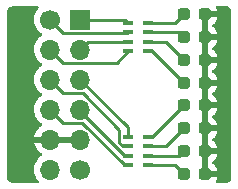
<source format=gtl>
%TF.GenerationSoftware,KiCad,Pcbnew,6.0.4-6f826c9f35~116~ubuntu20.04.1*%
%TF.CreationDate,2022-04-19T18:42:39+07:00*%
%TF.ProjectId,pmod-led-array-8,706d6f64-2d6c-4656-942d-61727261792d,1.0*%
%TF.SameCoordinates,Original*%
%TF.FileFunction,Copper,L1,Top*%
%TF.FilePolarity,Positive*%
%FSLAX46Y46*%
G04 Gerber Fmt 4.6, Leading zero omitted, Abs format (unit mm)*
G04 Created by KiCad (PCBNEW 6.0.4-6f826c9f35~116~ubuntu20.04.1) date 2022-04-19 18:42:39*
%MOMM*%
%LPD*%
G01*
G04 APERTURE LIST*
G04 Aperture macros list*
%AMRoundRect*
0 Rectangle with rounded corners*
0 $1 Rounding radius*
0 $2 $3 $4 $5 $6 $7 $8 $9 X,Y pos of 4 corners*
0 Add a 4 corners polygon primitive as box body*
4,1,4,$2,$3,$4,$5,$6,$7,$8,$9,$2,$3,0*
0 Add four circle primitives for the rounded corners*
1,1,$1+$1,$2,$3*
1,1,$1+$1,$4,$5*
1,1,$1+$1,$6,$7*
1,1,$1+$1,$8,$9*
0 Add four rect primitives between the rounded corners*
20,1,$1+$1,$2,$3,$4,$5,0*
20,1,$1+$1,$4,$5,$6,$7,0*
20,1,$1+$1,$6,$7,$8,$9,0*
20,1,$1+$1,$8,$9,$2,$3,0*%
G04 Aperture macros list end*
%TA.AperFunction,SMDPad,CuDef*%
%ADD10RoundRect,0.237500X0.287500X0.237500X-0.287500X0.237500X-0.287500X-0.237500X0.287500X-0.237500X0*%
%TD*%
%TA.AperFunction,SMDPad,CuDef*%
%ADD11R,0.900000X0.400000*%
%TD*%
%TA.AperFunction,ComponentPad*%
%ADD12R,1.700000X1.700000*%
%TD*%
%TA.AperFunction,ComponentPad*%
%ADD13O,1.700000X1.700000*%
%TD*%
%TA.AperFunction,ComponentPad*%
%ADD14C,1.700000*%
%TD*%
%TA.AperFunction,ViaPad*%
%ADD15C,0.685800*%
%TD*%
%TA.AperFunction,Conductor*%
%ADD16C,0.254000*%
%TD*%
G04 APERTURE END LIST*
D10*
%TO.P,7,1,K*%
%TO.N,GND*%
X178175000Y-86790000D03*
%TO.P,7,2,A*%
%TO.N,Net-(D7-Pad2)*%
X176425000Y-86790000D03*
%TD*%
%TO.P,4,1,K*%
%TO.N,GND*%
X178175000Y-81000000D03*
%TO.P,4,2,A*%
%TO.N,Net-(D4-Pad2)*%
X176425000Y-81000000D03*
%TD*%
D11*
%TO.P,R1,1,R1.1*%
%TO.N,Net-(D1-Pad2)*%
X173400000Y-75940000D03*
%TO.P,R1,2,R2.1*%
%TO.N,Net-(D2-Pad2)*%
X173400000Y-76740000D03*
%TO.P,R1,3,R3.1*%
%TO.N,Net-(D3-Pad2)*%
X173400000Y-77540000D03*
%TO.P,R1,4,R4.1*%
%TO.N,Net-(D4-Pad2)*%
X173400000Y-78340000D03*
%TO.P,R1,5,R4.2*%
%TO.N,/p1*%
X171700000Y-75940000D03*
%TO.P,R1,6,R3.2*%
%TO.N,/p2*%
X171700000Y-76740000D03*
%TO.P,R1,7,R2.2*%
%TO.N,/p3*%
X171700000Y-77540000D03*
%TO.P,R1,8,R1.2*%
%TO.N,/p4*%
X171700000Y-78340000D03*
%TD*%
D10*
%TO.P,5,1,K*%
%TO.N,GND*%
X178175000Y-82930000D03*
%TO.P,5,2,A*%
%TO.N,Net-(D5-Pad2)*%
X176425000Y-82930000D03*
%TD*%
%TO.P,6,1,K*%
%TO.N,GND*%
X178175000Y-84860000D03*
%TO.P,6,2,A*%
%TO.N,Net-(D6-Pad2)*%
X176425000Y-84860000D03*
%TD*%
%TO.P,3,1,K*%
%TO.N,GND*%
X178175000Y-79070000D03*
%TO.P,3,2,A*%
%TO.N,Net-(D3-Pad2)*%
X176425000Y-79070000D03*
%TD*%
%TO.P,2,1,K*%
%TO.N,GND*%
X178175000Y-77140000D03*
%TO.P,2,2,A*%
%TO.N,Net-(D2-Pad2)*%
X176425000Y-77140000D03*
%TD*%
D12*
%TO.P,J1,1,Pin_1*%
%TO.N,/p1*%
X167640000Y-75650000D03*
D13*
%TO.P,J1,2,Pin_2*%
%TO.N,/p3*%
X167640000Y-78190000D03*
%TO.P,J1,3,Pin_3*%
%TO.N,/p5*%
X167640000Y-80730000D03*
%TO.P,J1,4,Pin_4*%
%TO.N,/p7*%
X167640000Y-83270000D03*
%TO.P,J1,5,GND*%
%TO.N,GND*%
X167640000Y-85810000D03*
D14*
%TO.P,J1,6,3.3V*%
%TO.N,+3V3*%
X167640000Y-88350000D03*
%TO.P,J1,7,Pin_7*%
%TO.N,/p2*%
X165100000Y-75650000D03*
D13*
%TO.P,J1,8,Pin_8*%
%TO.N,/p4*%
X165100000Y-78190000D03*
%TO.P,J1,9,Pin_9*%
%TO.N,/p6*%
X165100000Y-80730000D03*
%TO.P,J1,10,Pin_10*%
%TO.N,/p8*%
X165100000Y-83270000D03*
%TO.P,J1,11,GND*%
%TO.N,GND*%
X165100000Y-85810000D03*
%TO.P,J1,12,3.3V*%
%TO.N,+3V3*%
X165100000Y-88350000D03*
%TD*%
D11*
%TO.P,R2,1,R1.1*%
%TO.N,Net-(D5-Pad2)*%
X173400000Y-85590000D03*
%TO.P,R2,2,R2.1*%
%TO.N,Net-(D6-Pad2)*%
X173400000Y-86390000D03*
%TO.P,R2,3,R3.1*%
%TO.N,Net-(D7-Pad2)*%
X173400000Y-87190000D03*
%TO.P,R2,4,R4.1*%
%TO.N,Net-(D8-Pad2)*%
X173400000Y-87990000D03*
%TO.P,R2,5,R4.2*%
%TO.N,/p5*%
X171700000Y-85590000D03*
%TO.P,R2,6,R3.2*%
%TO.N,/p6*%
X171700000Y-86390000D03*
%TO.P,R2,7,R2.2*%
%TO.N,/p7*%
X171700000Y-87190000D03*
%TO.P,R2,8,R1.2*%
%TO.N,/p8*%
X171700000Y-87990000D03*
%TD*%
D10*
%TO.P,8,1,K*%
%TO.N,GND*%
X178175000Y-88720000D03*
%TO.P,8,2,A*%
%TO.N,Net-(D8-Pad2)*%
X176425000Y-88720000D03*
%TD*%
%TO.P,1,1,K*%
%TO.N,GND*%
X178175000Y-75210000D03*
%TO.P,1,2,A*%
%TO.N,Net-(D1-Pad2)*%
X176425000Y-75210000D03*
%TD*%
D15*
%TO.N,GND*%
X179800000Y-77140000D03*
X179810000Y-82930000D03*
X179810000Y-79070000D03*
X179800000Y-75210000D03*
X179830000Y-84860000D03*
X179850000Y-86790000D03*
X179810000Y-81000000D03*
X179850000Y-88720000D03*
%TD*%
D16*
%TO.N,Net-(D1-Pad2)*%
X175695000Y-75940000D02*
X176425000Y-75210000D01*
X173400000Y-75940000D02*
X175695000Y-75940000D01*
%TO.N,Net-(D2-Pad2)*%
X176025000Y-76740000D02*
X176425000Y-77140000D01*
X173400000Y-76740000D02*
X176025000Y-76740000D01*
%TO.N,Net-(D3-Pad2)*%
X174895000Y-77540000D02*
X176425000Y-79070000D01*
X173400000Y-77540000D02*
X174895000Y-77540000D01*
%TO.N,Net-(D4-Pad2)*%
X173765000Y-78340000D02*
X176425000Y-81000000D01*
X173400000Y-78340000D02*
X173765000Y-78340000D01*
%TO.N,Net-(D5-Pad2)*%
X173400000Y-85590000D02*
X173765000Y-85590000D01*
X173765000Y-85590000D02*
X176425000Y-82930000D01*
%TO.N,Net-(D6-Pad2)*%
X174895000Y-86390000D02*
X176425000Y-84860000D01*
X173400000Y-86390000D02*
X174895000Y-86390000D01*
%TO.N,Net-(D7-Pad2)*%
X176025000Y-87190000D02*
X176425000Y-86790000D01*
X173400000Y-87190000D02*
X176025000Y-87190000D01*
%TO.N,Net-(D8-Pad2)*%
X173400000Y-87990000D02*
X175695000Y-87990000D01*
X175695000Y-87990000D02*
X176425000Y-88720000D01*
%TO.N,/p1*%
X171410000Y-75650000D02*
X171700000Y-75940000D01*
X167640000Y-75650000D02*
X171410000Y-75650000D01*
%TO.N,/p3*%
X167640000Y-78190000D02*
X168290000Y-77540000D01*
X168290000Y-77540000D02*
X171700000Y-77540000D01*
%TO.N,/p5*%
X167640000Y-80730000D02*
X171700000Y-84790000D01*
X171700000Y-84790000D02*
X171700000Y-85590000D01*
%TO.N,/p7*%
X171450000Y-87190000D02*
X167640000Y-83380000D01*
X171700000Y-87190000D02*
X171450000Y-87190000D01*
X167640000Y-83380000D02*
X167640000Y-83270000D01*
%TO.N,/p2*%
X171661089Y-76778911D02*
X166228911Y-76778911D01*
X166228911Y-76778911D02*
X165100000Y-75650000D01*
X171700000Y-76740000D02*
X171661089Y-76778911D01*
%TO.N,/p4*%
X170721089Y-79318911D02*
X166228911Y-79318911D01*
X171700000Y-78340000D02*
X170721089Y-79318911D01*
X166228911Y-79318911D02*
X165100000Y-78190000D01*
%TO.N,/p6*%
X171292178Y-86390000D02*
X171700000Y-86390000D01*
X166228911Y-81858911D02*
X167858911Y-81858911D01*
X170971089Y-84971089D02*
X170971089Y-86068911D01*
X165100000Y-80730000D02*
X166228911Y-81858911D01*
X167858911Y-81858911D02*
X170971089Y-84971089D01*
X170971089Y-86068911D02*
X171292178Y-86390000D01*
%TO.N,/p8*%
X166228911Y-84398911D02*
X167838911Y-84398911D01*
X171430000Y-87990000D02*
X171700000Y-87990000D01*
X167838911Y-84398911D02*
X171430000Y-87990000D01*
X165100000Y-83270000D02*
X166228911Y-84398911D01*
%TD*%
%TA.AperFunction,Conductor*%
%TO.N,GND*%
G36*
X179932070Y-74504008D02*
G01*
X179946851Y-74506310D01*
X179946855Y-74506310D01*
X179955724Y-74507691D01*
X179964626Y-74506527D01*
X179964750Y-74506511D01*
X179995192Y-74506240D01*
X180008070Y-74507691D01*
X180057264Y-74513234D01*
X180084771Y-74519513D01*
X180161853Y-74546485D01*
X180187274Y-74558727D01*
X180256426Y-74602178D01*
X180278485Y-74619770D01*
X180336230Y-74677515D01*
X180353822Y-74699574D01*
X180397273Y-74768726D01*
X180409515Y-74794147D01*
X180436487Y-74871228D01*
X180442766Y-74898736D01*
X180449018Y-74954226D01*
X180448923Y-74969868D01*
X180449800Y-74969879D01*
X180449691Y-74978849D01*
X180448309Y-74987724D01*
X180452431Y-75019242D01*
X180453495Y-75035596D01*
X180452929Y-78995088D01*
X180451507Y-88950604D01*
X180450007Y-88969970D01*
X180447690Y-88984850D01*
X180447690Y-88984855D01*
X180446309Y-88993724D01*
X180447473Y-89002626D01*
X180447489Y-89002750D01*
X180447760Y-89033193D01*
X180440766Y-89095264D01*
X180434487Y-89122771D01*
X180407515Y-89199853D01*
X180395273Y-89225274D01*
X180351822Y-89294426D01*
X180334230Y-89316485D01*
X180276485Y-89374230D01*
X180254426Y-89391822D01*
X180185274Y-89435273D01*
X180159853Y-89447515D01*
X180082772Y-89474487D01*
X180055264Y-89480766D01*
X179999774Y-89487018D01*
X179984129Y-89486923D01*
X179984118Y-89487800D01*
X179975149Y-89487690D01*
X179966276Y-89486309D01*
X179957374Y-89487473D01*
X179934733Y-89490433D01*
X179918388Y-89491496D01*
X179234826Y-89491443D01*
X179166707Y-89471436D01*
X179120218Y-89417776D01*
X179110120Y-89347502D01*
X179127576Y-89299327D01*
X179138912Y-89280937D01*
X179145056Y-89267759D01*
X179195315Y-89116234D01*
X179198181Y-89102868D01*
X179207672Y-89010230D01*
X179208000Y-89003815D01*
X179208000Y-88992115D01*
X179203525Y-88976876D01*
X179202135Y-88975671D01*
X179194452Y-88974000D01*
X178047000Y-88974000D01*
X177978879Y-88953998D01*
X177932386Y-88900342D01*
X177921000Y-88848000D01*
X177921000Y-88447885D01*
X178429000Y-88447885D01*
X178433475Y-88463124D01*
X178434865Y-88464329D01*
X178442548Y-88466000D01*
X179189885Y-88466000D01*
X179205124Y-88461525D01*
X179206329Y-88460135D01*
X179208000Y-88452452D01*
X179208000Y-88436234D01*
X179207663Y-88429718D01*
X179197925Y-88335868D01*
X179195032Y-88322472D01*
X179144512Y-88171047D01*
X179138347Y-88157885D01*
X179054574Y-88022508D01*
X179045540Y-88011110D01*
X178932871Y-87898637D01*
X178921460Y-87889625D01*
X178877020Y-87862232D01*
X178829527Y-87809460D01*
X178818103Y-87739388D01*
X178846377Y-87674264D01*
X178876834Y-87647827D01*
X178922493Y-87619573D01*
X178933890Y-87610540D01*
X179046363Y-87497871D01*
X179055375Y-87486460D01*
X179138912Y-87350937D01*
X179145056Y-87337759D01*
X179195315Y-87186234D01*
X179198181Y-87172868D01*
X179207672Y-87080230D01*
X179208000Y-87073815D01*
X179208000Y-87062115D01*
X179203525Y-87046876D01*
X179202135Y-87045671D01*
X179194452Y-87044000D01*
X178447115Y-87044000D01*
X178431876Y-87048475D01*
X178430671Y-87049865D01*
X178429000Y-87057548D01*
X178429000Y-88447885D01*
X177921000Y-88447885D01*
X177921000Y-86517885D01*
X178429000Y-86517885D01*
X178433475Y-86533124D01*
X178434865Y-86534329D01*
X178442548Y-86536000D01*
X179189885Y-86536000D01*
X179205124Y-86531525D01*
X179206329Y-86530135D01*
X179208000Y-86522452D01*
X179208000Y-86506234D01*
X179207663Y-86499718D01*
X179197925Y-86405868D01*
X179195032Y-86392472D01*
X179144512Y-86241047D01*
X179138347Y-86227885D01*
X179054574Y-86092508D01*
X179045540Y-86081110D01*
X178932871Y-85968637D01*
X178921460Y-85959625D01*
X178877020Y-85932232D01*
X178829527Y-85879460D01*
X178818103Y-85809388D01*
X178846377Y-85744264D01*
X178876834Y-85717827D01*
X178922493Y-85689573D01*
X178933890Y-85680540D01*
X179046363Y-85567871D01*
X179055375Y-85556460D01*
X179138912Y-85420937D01*
X179145056Y-85407759D01*
X179195315Y-85256234D01*
X179198181Y-85242868D01*
X179207672Y-85150230D01*
X179208000Y-85143815D01*
X179208000Y-85132115D01*
X179203525Y-85116876D01*
X179202135Y-85115671D01*
X179194452Y-85114000D01*
X178447115Y-85114000D01*
X178431876Y-85118475D01*
X178430671Y-85119865D01*
X178429000Y-85127548D01*
X178429000Y-86517885D01*
X177921000Y-86517885D01*
X177921000Y-84587885D01*
X178429000Y-84587885D01*
X178433475Y-84603124D01*
X178434865Y-84604329D01*
X178442548Y-84606000D01*
X179189885Y-84606000D01*
X179205124Y-84601525D01*
X179206329Y-84600135D01*
X179208000Y-84592452D01*
X179208000Y-84576234D01*
X179207663Y-84569718D01*
X179197925Y-84475868D01*
X179195032Y-84462472D01*
X179144512Y-84311047D01*
X179138347Y-84297885D01*
X179054574Y-84162508D01*
X179045540Y-84151110D01*
X178932871Y-84038637D01*
X178921460Y-84029625D01*
X178877020Y-84002232D01*
X178829527Y-83949460D01*
X178818103Y-83879388D01*
X178846377Y-83814264D01*
X178876834Y-83787827D01*
X178922493Y-83759573D01*
X178933890Y-83750540D01*
X179046363Y-83637871D01*
X179055375Y-83626460D01*
X179138912Y-83490937D01*
X179145056Y-83477759D01*
X179195315Y-83326234D01*
X179198181Y-83312868D01*
X179207672Y-83220230D01*
X179208000Y-83213815D01*
X179208000Y-83202115D01*
X179203525Y-83186876D01*
X179202135Y-83185671D01*
X179194452Y-83184000D01*
X178447115Y-83184000D01*
X178431876Y-83188475D01*
X178430671Y-83189865D01*
X178429000Y-83197548D01*
X178429000Y-84587885D01*
X177921000Y-84587885D01*
X177921000Y-82657885D01*
X178429000Y-82657885D01*
X178433475Y-82673124D01*
X178434865Y-82674329D01*
X178442548Y-82676000D01*
X179189885Y-82676000D01*
X179205124Y-82671525D01*
X179206329Y-82670135D01*
X179208000Y-82662452D01*
X179208000Y-82646234D01*
X179207663Y-82639718D01*
X179197925Y-82545868D01*
X179195032Y-82532472D01*
X179144512Y-82381047D01*
X179138347Y-82367885D01*
X179054574Y-82232508D01*
X179045540Y-82221110D01*
X178932871Y-82108637D01*
X178921460Y-82099625D01*
X178877020Y-82072232D01*
X178829527Y-82019460D01*
X178818103Y-81949388D01*
X178846377Y-81884264D01*
X178876834Y-81857827D01*
X178922493Y-81829573D01*
X178933890Y-81820540D01*
X179046363Y-81707871D01*
X179055375Y-81696460D01*
X179138912Y-81560937D01*
X179145056Y-81547759D01*
X179195315Y-81396234D01*
X179198181Y-81382868D01*
X179207672Y-81290230D01*
X179208000Y-81283815D01*
X179208000Y-81272115D01*
X179203525Y-81256876D01*
X179202135Y-81255671D01*
X179194452Y-81254000D01*
X178447115Y-81254000D01*
X178431876Y-81258475D01*
X178430671Y-81259865D01*
X178429000Y-81267548D01*
X178429000Y-82657885D01*
X177921000Y-82657885D01*
X177921000Y-80727885D01*
X178429000Y-80727885D01*
X178433475Y-80743124D01*
X178434865Y-80744329D01*
X178442548Y-80746000D01*
X179189885Y-80746000D01*
X179205124Y-80741525D01*
X179206329Y-80740135D01*
X179208000Y-80732452D01*
X179208000Y-80716234D01*
X179207663Y-80709718D01*
X179197925Y-80615868D01*
X179195032Y-80602472D01*
X179144512Y-80451047D01*
X179138347Y-80437885D01*
X179054574Y-80302508D01*
X179045540Y-80291110D01*
X178932871Y-80178637D01*
X178921460Y-80169625D01*
X178877020Y-80142232D01*
X178829527Y-80089460D01*
X178818103Y-80019388D01*
X178846377Y-79954264D01*
X178876834Y-79927827D01*
X178922493Y-79899573D01*
X178933890Y-79890540D01*
X179046363Y-79777871D01*
X179055375Y-79766460D01*
X179138912Y-79630937D01*
X179145056Y-79617759D01*
X179195315Y-79466234D01*
X179198181Y-79452868D01*
X179207672Y-79360230D01*
X179208000Y-79353815D01*
X179208000Y-79342115D01*
X179203525Y-79326876D01*
X179202135Y-79325671D01*
X179194452Y-79324000D01*
X178447115Y-79324000D01*
X178431876Y-79328475D01*
X178430671Y-79329865D01*
X178429000Y-79337548D01*
X178429000Y-80727885D01*
X177921000Y-80727885D01*
X177921000Y-78797885D01*
X178429000Y-78797885D01*
X178433475Y-78813124D01*
X178434865Y-78814329D01*
X178442548Y-78816000D01*
X179189885Y-78816000D01*
X179205124Y-78811525D01*
X179206329Y-78810135D01*
X179208000Y-78802452D01*
X179208000Y-78786234D01*
X179207663Y-78779718D01*
X179197925Y-78685868D01*
X179195032Y-78672472D01*
X179144512Y-78521047D01*
X179138347Y-78507885D01*
X179054574Y-78372508D01*
X179045540Y-78361110D01*
X178932871Y-78248637D01*
X178921460Y-78239625D01*
X178877020Y-78212232D01*
X178829527Y-78159460D01*
X178818103Y-78089388D01*
X178846377Y-78024264D01*
X178876834Y-77997827D01*
X178922493Y-77969573D01*
X178933890Y-77960540D01*
X179046363Y-77847871D01*
X179055375Y-77836460D01*
X179138912Y-77700937D01*
X179145056Y-77687759D01*
X179195315Y-77536234D01*
X179198181Y-77522868D01*
X179207672Y-77430230D01*
X179208000Y-77423815D01*
X179208000Y-77412115D01*
X179203525Y-77396876D01*
X179202135Y-77395671D01*
X179194452Y-77394000D01*
X178447115Y-77394000D01*
X178431876Y-77398475D01*
X178430671Y-77399865D01*
X178429000Y-77407548D01*
X178429000Y-78797885D01*
X177921000Y-78797885D01*
X177921000Y-76867885D01*
X178429000Y-76867885D01*
X178433475Y-76883124D01*
X178434865Y-76884329D01*
X178442548Y-76886000D01*
X179189885Y-76886000D01*
X179205124Y-76881525D01*
X179206329Y-76880135D01*
X179208000Y-76872452D01*
X179208000Y-76856234D01*
X179207663Y-76849718D01*
X179197925Y-76755868D01*
X179195032Y-76742472D01*
X179144512Y-76591047D01*
X179138347Y-76577885D01*
X179054574Y-76442508D01*
X179045540Y-76431110D01*
X178932871Y-76318637D01*
X178921460Y-76309625D01*
X178877020Y-76282232D01*
X178829527Y-76229460D01*
X178818103Y-76159388D01*
X178846377Y-76094264D01*
X178876834Y-76067827D01*
X178922493Y-76039573D01*
X178933890Y-76030540D01*
X179046363Y-75917871D01*
X179055375Y-75906460D01*
X179138912Y-75770937D01*
X179145056Y-75757759D01*
X179195315Y-75606234D01*
X179198181Y-75592868D01*
X179207672Y-75500230D01*
X179208000Y-75493815D01*
X179208000Y-75482115D01*
X179203525Y-75466876D01*
X179202135Y-75465671D01*
X179194452Y-75464000D01*
X178447115Y-75464000D01*
X178431876Y-75468475D01*
X178430671Y-75469865D01*
X178429000Y-75477548D01*
X178429000Y-76867885D01*
X177921000Y-76867885D01*
X177921000Y-75082000D01*
X177941002Y-75013879D01*
X177994658Y-74967386D01*
X178047000Y-74956000D01*
X179189885Y-74956000D01*
X179205124Y-74951525D01*
X179206329Y-74950135D01*
X179208000Y-74942452D01*
X179208000Y-74926234D01*
X179207663Y-74919718D01*
X179197925Y-74825868D01*
X179195032Y-74812472D01*
X179146991Y-74668476D01*
X179144407Y-74597527D01*
X179180590Y-74536443D01*
X179244055Y-74504618D01*
X179266489Y-74502601D01*
X179912669Y-74502507D01*
X179932070Y-74504008D01*
G37*
%TD.AperFunction*%
%TA.AperFunction,Conductor*%
G36*
X164088628Y-74524794D02*
G01*
X164135129Y-74578443D01*
X164145243Y-74648716D01*
X164111617Y-74717853D01*
X164040629Y-74792138D01*
X164037715Y-74796410D01*
X164037714Y-74796411D01*
X164017620Y-74825868D01*
X163914743Y-74976680D01*
X163890034Y-75029912D01*
X163825071Y-75169863D01*
X163820688Y-75179305D01*
X163760989Y-75394570D01*
X163737251Y-75616695D01*
X163737548Y-75621848D01*
X163737548Y-75621851D01*
X163745797Y-75764920D01*
X163750110Y-75839715D01*
X163751247Y-75844761D01*
X163751248Y-75844767D01*
X163765152Y-75906460D01*
X163799222Y-76057639D01*
X163883266Y-76264616D01*
X163911339Y-76310427D01*
X163951042Y-76375216D01*
X163999987Y-76455088D01*
X164146250Y-76623938D01*
X164318126Y-76766632D01*
X164388595Y-76807811D01*
X164391445Y-76809476D01*
X164440169Y-76861114D01*
X164453240Y-76930897D01*
X164426509Y-76996669D01*
X164386055Y-77030027D01*
X164373607Y-77036507D01*
X164369474Y-77039610D01*
X164369471Y-77039612D01*
X164199100Y-77167530D01*
X164194965Y-77170635D01*
X164040629Y-77332138D01*
X163914743Y-77516680D01*
X163820688Y-77719305D01*
X163760989Y-77934570D01*
X163737251Y-78156695D01*
X163737548Y-78161848D01*
X163737548Y-78161851D01*
X163742079Y-78240427D01*
X163750110Y-78379715D01*
X163751247Y-78384761D01*
X163751248Y-78384767D01*
X163754629Y-78399767D01*
X163799222Y-78597639D01*
X163883266Y-78804616D01*
X163885965Y-78809020D01*
X163946321Y-78907512D01*
X163999987Y-78995088D01*
X164146250Y-79163938D01*
X164318126Y-79306632D01*
X164352770Y-79326876D01*
X164391445Y-79349476D01*
X164440169Y-79401114D01*
X164453240Y-79470897D01*
X164426509Y-79536669D01*
X164386055Y-79570027D01*
X164373607Y-79576507D01*
X164369474Y-79579610D01*
X164369471Y-79579612D01*
X164199100Y-79707530D01*
X164194965Y-79710635D01*
X164191393Y-79714373D01*
X164048540Y-79863860D01*
X164040629Y-79872138D01*
X164037715Y-79876410D01*
X164037714Y-79876411D01*
X163984606Y-79954264D01*
X163914743Y-80056680D01*
X163899527Y-80089460D01*
X163831870Y-80235216D01*
X163820688Y-80259305D01*
X163760989Y-80474570D01*
X163737251Y-80696695D01*
X163737548Y-80701848D01*
X163737548Y-80701851D01*
X163743011Y-80796590D01*
X163750110Y-80919715D01*
X163751247Y-80924761D01*
X163751248Y-80924767D01*
X163771119Y-81012939D01*
X163799222Y-81137639D01*
X163883266Y-81344616D01*
X163999987Y-81535088D01*
X164146250Y-81703938D01*
X164219537Y-81764782D01*
X164299023Y-81830772D01*
X164318126Y-81846632D01*
X164337183Y-81857768D01*
X164391445Y-81889476D01*
X164440169Y-81941114D01*
X164453240Y-82010897D01*
X164426509Y-82076669D01*
X164386055Y-82110027D01*
X164373607Y-82116507D01*
X164369474Y-82119610D01*
X164369471Y-82119612D01*
X164218149Y-82233228D01*
X164194965Y-82250635D01*
X164040629Y-82412138D01*
X163914743Y-82596680D01*
X163820688Y-82799305D01*
X163760989Y-83014570D01*
X163737251Y-83236695D01*
X163750110Y-83459715D01*
X163751247Y-83464761D01*
X163751248Y-83464767D01*
X163754176Y-83477759D01*
X163799222Y-83677639D01*
X163843965Y-83787828D01*
X163881144Y-83879389D01*
X163883266Y-83884616D01*
X163885965Y-83889020D01*
X163994599Y-84066295D01*
X163999987Y-84075088D01*
X164146250Y-84243938D01*
X164318126Y-84386632D01*
X164326955Y-84391791D01*
X164391955Y-84429774D01*
X164440679Y-84481412D01*
X164453750Y-84551195D01*
X164427019Y-84616967D01*
X164386562Y-84650327D01*
X164378457Y-84654546D01*
X164369738Y-84660036D01*
X164199433Y-84787905D01*
X164191726Y-84794748D01*
X164044590Y-84948717D01*
X164038104Y-84956727D01*
X163918098Y-85132649D01*
X163913000Y-85141623D01*
X163823338Y-85334783D01*
X163819775Y-85344470D01*
X163764389Y-85544183D01*
X163765912Y-85552607D01*
X163778292Y-85556000D01*
X167768000Y-85556000D01*
X167836121Y-85576002D01*
X167882614Y-85629658D01*
X167894000Y-85682000D01*
X167894000Y-85938000D01*
X167873998Y-86006121D01*
X167820342Y-86052614D01*
X167768000Y-86064000D01*
X163783225Y-86064000D01*
X163769694Y-86067973D01*
X163768257Y-86077966D01*
X163798565Y-86212446D01*
X163801645Y-86222275D01*
X163881770Y-86419603D01*
X163886413Y-86428794D01*
X163997694Y-86610388D01*
X164003777Y-86618699D01*
X164143213Y-86779667D01*
X164150580Y-86786883D01*
X164314434Y-86922916D01*
X164322881Y-86928831D01*
X164391969Y-86969203D01*
X164440693Y-87020842D01*
X164453764Y-87090625D01*
X164427033Y-87156396D01*
X164386584Y-87189752D01*
X164373607Y-87196507D01*
X164369474Y-87199610D01*
X164369471Y-87199612D01*
X164345247Y-87217800D01*
X164194965Y-87330635D01*
X164040629Y-87492138D01*
X164037720Y-87496403D01*
X164037714Y-87496411D01*
X163959861Y-87610540D01*
X163914743Y-87676680D01*
X163820688Y-87879305D01*
X163760989Y-88094570D01*
X163737251Y-88316695D01*
X163737548Y-88321848D01*
X163737548Y-88321851D01*
X163745602Y-88461525D01*
X163750110Y-88539715D01*
X163751247Y-88544761D01*
X163751248Y-88544767D01*
X163769443Y-88625500D01*
X163799222Y-88757639D01*
X163835914Y-88848000D01*
X163878955Y-88953998D01*
X163883266Y-88964616D01*
X163925290Y-89033193D01*
X163997291Y-89150688D01*
X163999987Y-89155088D01*
X164003367Y-89158990D01*
X164109716Y-89281762D01*
X164139199Y-89346348D01*
X164129084Y-89416620D01*
X164082583Y-89470269D01*
X164014469Y-89490260D01*
X163085467Y-89490188D01*
X162004978Y-89490104D01*
X161985608Y-89488604D01*
X161961876Y-89484909D01*
X161952974Y-89486073D01*
X161952850Y-89486089D01*
X161922408Y-89486360D01*
X161901730Y-89484030D01*
X161860336Y-89479366D01*
X161832829Y-89473087D01*
X161755747Y-89446115D01*
X161730326Y-89433873D01*
X161661174Y-89390422D01*
X161639115Y-89372830D01*
X161581370Y-89315085D01*
X161563778Y-89293026D01*
X161520327Y-89223874D01*
X161508085Y-89198453D01*
X161481113Y-89121372D01*
X161474834Y-89093866D01*
X161470679Y-89056994D01*
X161468770Y-89040047D01*
X161468488Y-89015240D01*
X161469176Y-89011152D01*
X161469252Y-89004876D01*
X161469270Y-89003465D01*
X161469270Y-89003461D01*
X161469329Y-88998600D01*
X161466046Y-88975671D01*
X161465392Y-88971105D01*
X161464120Y-88953191D01*
X161470078Y-75049929D01*
X161471824Y-75029081D01*
X161474369Y-75013952D01*
X161474370Y-75013941D01*
X161475176Y-75009152D01*
X161475329Y-74996600D01*
X161474640Y-74991788D01*
X161474323Y-74986927D01*
X161474608Y-74986908D01*
X161474207Y-74960149D01*
X161480834Y-74901336D01*
X161487113Y-74873829D01*
X161514085Y-74796747D01*
X161526327Y-74771326D01*
X161569778Y-74702174D01*
X161587370Y-74680115D01*
X161645115Y-74622370D01*
X161667174Y-74604778D01*
X161736326Y-74561327D01*
X161761747Y-74549085D01*
X161838828Y-74522113D01*
X161866336Y-74515834D01*
X161921826Y-74509582D01*
X161937468Y-74509677D01*
X161937479Y-74508800D01*
X161946451Y-74508910D01*
X161955324Y-74510291D01*
X161964225Y-74509127D01*
X161964230Y-74509127D01*
X161986930Y-74506158D01*
X162003250Y-74505094D01*
X162617161Y-74505005D01*
X164020506Y-74504802D01*
X164088628Y-74524794D01*
G37*
%TD.AperFunction*%
%TD*%
M02*

</source>
